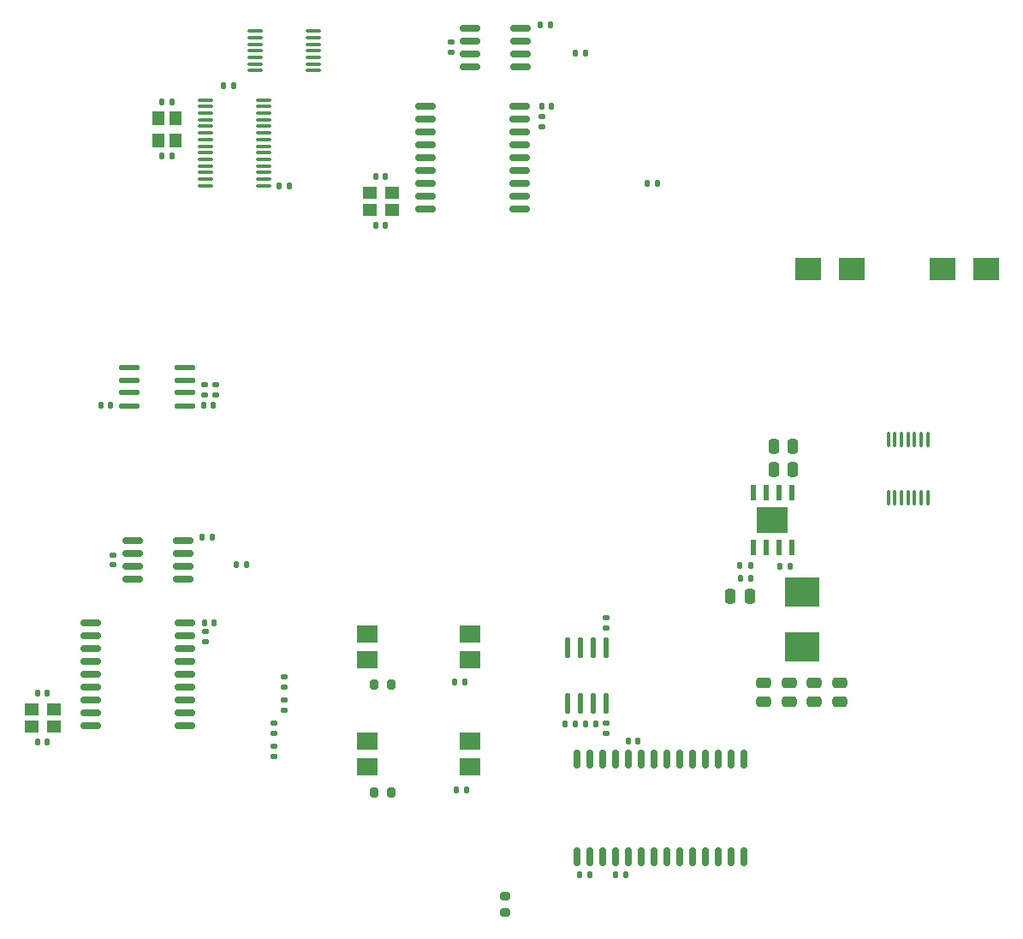
<source format=gbr>
%TF.GenerationSoftware,KiCad,Pcbnew,6.0.2+dfsg-1*%
%TF.CreationDate,2023-06-13T19:55:06-04:00*%
%TF.ProjectId,EngineData,456e6769-6e65-4446-9174-612e6b696361,rev?*%
%TF.SameCoordinates,Original*%
%TF.FileFunction,Paste,Top*%
%TF.FilePolarity,Positive*%
%FSLAX46Y46*%
G04 Gerber Fmt 4.6, Leading zero omitted, Abs format (unit mm)*
G04 Created by KiCad (PCBNEW 6.0.2+dfsg-1) date 2023-06-13 19:55:06*
%MOMM*%
%LPD*%
G01*
G04 APERTURE LIST*
G04 Aperture macros list*
%AMRoundRect*
0 Rectangle with rounded corners*
0 $1 Rounding radius*
0 $2 $3 $4 $5 $6 $7 $8 $9 X,Y pos of 4 corners*
0 Add a 4 corners polygon primitive as box body*
4,1,4,$2,$3,$4,$5,$6,$7,$8,$9,$2,$3,0*
0 Add four circle primitives for the rounded corners*
1,1,$1+$1,$2,$3*
1,1,$1+$1,$4,$5*
1,1,$1+$1,$6,$7*
1,1,$1+$1,$8,$9*
0 Add four rect primitives between the rounded corners*
20,1,$1+$1,$2,$3,$4,$5,0*
20,1,$1+$1,$4,$5,$6,$7,0*
20,1,$1+$1,$6,$7,$8,$9,0*
20,1,$1+$1,$8,$9,$2,$3,0*%
G04 Aperture macros list end*
%ADD10R,1.999996X1.799996*%
%ADD11RoundRect,0.135000X-0.135000X-0.185000X0.135000X-0.185000X0.135000X0.185000X-0.135000X0.185000X0*%
%ADD12RoundRect,0.140000X0.140000X0.170000X-0.140000X0.170000X-0.140000X-0.170000X0.140000X-0.170000X0*%
%ADD13O,0.590000X2.050000*%
%ADD14R,1.200000X1.400000*%
%ADD15RoundRect,0.135000X0.135000X0.185000X-0.135000X0.185000X-0.135000X-0.185000X0.135000X-0.185000X0*%
%ADD16O,2.050000X0.590000*%
%ADD17RoundRect,0.140000X-0.140000X-0.170000X0.140000X-0.170000X0.140000X0.170000X-0.140000X0.170000X0*%
%ADD18RoundRect,0.135000X-0.185000X0.135000X-0.185000X-0.135000X0.185000X-0.135000X0.185000X0.135000X0*%
%ADD19RoundRect,0.135000X0.185000X-0.135000X0.185000X0.135000X-0.185000X0.135000X-0.185000X-0.135000X0*%
%ADD20RoundRect,0.250000X-0.475000X0.250000X-0.475000X-0.250000X0.475000X-0.250000X0.475000X0.250000X0*%
%ADD21RoundRect,0.140000X0.170000X-0.140000X0.170000X0.140000X-0.170000X0.140000X-0.170000X-0.140000X0*%
%ADD22RoundRect,0.140000X-0.170000X0.140000X-0.170000X-0.140000X0.170000X-0.140000X0.170000X0.140000X0*%
%ADD23R,2.500000X2.300000*%
%ADD24RoundRect,0.250000X-0.250000X-0.475000X0.250000X-0.475000X0.250000X0.475000X-0.250000X0.475000X0*%
%ADD25RoundRect,0.150000X-0.825000X-0.150000X0.825000X-0.150000X0.825000X0.150000X-0.825000X0.150000X0*%
%ADD26RoundRect,0.100000X-0.100000X0.637500X-0.100000X-0.637500X0.100000X-0.637500X0.100000X0.637500X0*%
%ADD27R,1.400000X1.200000*%
%ADD28R,3.500000X2.950000*%
%ADD29RoundRect,0.200000X-0.200000X-0.275000X0.200000X-0.275000X0.200000X0.275000X-0.200000X0.275000X0*%
%ADD30R,3.100000X2.600000*%
%ADD31R,0.600000X1.550000*%
%ADD32RoundRect,0.150000X-0.875000X-0.150000X0.875000X-0.150000X0.875000X0.150000X-0.875000X0.150000X0*%
%ADD33RoundRect,0.150000X-0.150000X0.750000X-0.150000X-0.750000X0.150000X-0.750000X0.150000X0.750000X0*%
%ADD34RoundRect,0.100000X-0.637500X-0.100000X0.637500X-0.100000X0.637500X0.100000X-0.637500X0.100000X0*%
%ADD35RoundRect,0.250000X0.250000X0.475000X-0.250000X0.475000X-0.250000X-0.475000X0.250000X-0.475000X0*%
%ADD36RoundRect,0.200000X0.275000X-0.200000X0.275000X0.200000X-0.275000X0.200000X-0.275000X-0.200000X0*%
G04 APERTURE END LIST*
D10*
%TO.C,U9*%
X139212091Y-122173898D03*
X139212091Y-119633899D03*
X129011960Y-119633899D03*
X129011960Y-122173898D03*
%TD*%
%TO.C,U2*%
X139212091Y-132714898D03*
X139212091Y-130174899D03*
X129011960Y-130174899D03*
X129011960Y-132714898D03*
%TD*%
D11*
%TO.C,R17*%
X112647000Y-110038000D03*
X113667000Y-110038000D03*
%TD*%
D12*
%TO.C,C4*%
X147236000Y-67437000D03*
X146276000Y-67437000D03*
%TD*%
D13*
%TO.C,U10*%
X152659000Y-120928000D03*
X151379000Y-120928000D03*
X150119000Y-120928000D03*
X148849000Y-120928000D03*
X148849000Y-126468000D03*
X150119000Y-126468000D03*
X151379000Y-126468000D03*
X152659000Y-126468000D03*
%TD*%
D14*
%TO.C,Y3*%
X110014000Y-70823000D03*
X110014000Y-68623000D03*
X108314000Y-68623000D03*
X108314000Y-70823000D03*
%TD*%
D15*
%TO.C,R22*%
X149608000Y-128524000D03*
X148588000Y-128524000D03*
%TD*%
D12*
%TO.C,C14*%
X113891000Y-118491000D03*
X112931000Y-118491000D03*
%TD*%
D16*
%TO.C,U8*%
X110974000Y-97033000D03*
X110974000Y-95753000D03*
X110974000Y-94493000D03*
X110974000Y-93223000D03*
X105434000Y-93223000D03*
X105434000Y-94493000D03*
X105434000Y-95753000D03*
X105434000Y-97033000D03*
%TD*%
D17*
%TO.C,C3*%
X102644000Y-97028000D03*
X103604000Y-97028000D03*
%TD*%
D18*
%TO.C,R3*%
X119761000Y-128427000D03*
X119761000Y-129447000D03*
%TD*%
D19*
%TO.C,R19*%
X114046000Y-96014000D03*
X114046000Y-94994000D03*
%TD*%
D20*
%TO.C,Cout2*%
X170714668Y-124402000D03*
X170714668Y-126302000D03*
%TD*%
D21*
%TO.C,C2*%
X137287000Y-62075000D03*
X137287000Y-61115000D03*
%TD*%
D12*
%TO.C,C7*%
X155801000Y-130175000D03*
X154841000Y-130175000D03*
%TD*%
D22*
%TO.C,C11*%
X152654000Y-118011000D03*
X152654000Y-118971000D03*
%TD*%
D19*
%TO.C,R20*%
X112903000Y-96014000D03*
X112903000Y-94994000D03*
%TD*%
D23*
%TO.C,D4*%
X185937000Y-83566000D03*
X190237000Y-83566000D03*
%TD*%
D24*
%TO.C,C9*%
X164938668Y-115835000D03*
X166838668Y-115835000D03*
%TD*%
D25*
%TO.C,U4*%
X139201000Y-59743000D03*
X139201000Y-61013000D03*
X139201000Y-62283000D03*
X139201000Y-63553000D03*
X144151000Y-63553000D03*
X144151000Y-62283000D03*
X144151000Y-61013000D03*
X144151000Y-59743000D03*
%TD*%
D15*
%TO.C,Rfbt1*%
X166906668Y-114057000D03*
X165886668Y-114057000D03*
%TD*%
D26*
%TO.C,U3*%
X184449000Y-100398500D03*
X183799000Y-100398500D03*
X183149000Y-100398500D03*
X182499000Y-100398500D03*
X181849000Y-100398500D03*
X181199000Y-100398500D03*
X180549000Y-100398500D03*
X180549000Y-106123500D03*
X181199000Y-106123500D03*
X181849000Y-106123500D03*
X182499000Y-106123500D03*
X183149000Y-106123500D03*
X183799000Y-106123500D03*
X184449000Y-106123500D03*
%TD*%
D18*
%TO.C,R4*%
X119761000Y-130681000D03*
X119761000Y-131701000D03*
%TD*%
D11*
%TO.C,R12*%
X146119000Y-59418000D03*
X147139000Y-59418000D03*
%TD*%
D27*
%TO.C,Y2*%
X95801000Y-128739000D03*
X98001000Y-128739000D03*
X98001000Y-127039000D03*
X95801000Y-127039000D03*
%TD*%
D23*
%TO.C,D1*%
X172602000Y-83566000D03*
X176902000Y-83566000D03*
%TD*%
D28*
%TO.C,L1*%
X171984668Y-115454000D03*
X171984668Y-120904000D03*
%TD*%
D11*
%TO.C,R21*%
X150620000Y-128524000D03*
X151640000Y-128524000D03*
%TD*%
D20*
%TO.C,Cout1*%
X168217000Y-124402000D03*
X168217000Y-126302000D03*
%TD*%
D17*
%TO.C,C17*%
X108712000Y-67019500D03*
X109672000Y-67019500D03*
%TD*%
D29*
%TO.C,R10*%
X129731000Y-124587000D03*
X131381000Y-124587000D03*
%TD*%
D12*
%TO.C,C1*%
X113764000Y-97028000D03*
X112804000Y-97028000D03*
%TD*%
D20*
%TO.C,Cout3*%
X173212334Y-124402000D03*
X173212334Y-126302000D03*
%TD*%
%TO.C,Cout4*%
X175710000Y-124402000D03*
X175710000Y-126302000D03*
%TD*%
D12*
%TO.C,C15*%
X97381000Y-130302000D03*
X96421000Y-130302000D03*
%TD*%
D17*
%TO.C,Cboot1*%
X169853668Y-112914000D03*
X170813668Y-112914000D03*
%TD*%
D30*
%TO.C,U7*%
X169063668Y-108342000D03*
D31*
X170968668Y-105642000D03*
X169698668Y-105642000D03*
X168428668Y-105642000D03*
X167158668Y-105642000D03*
X167158668Y-111042000D03*
X168428668Y-111042000D03*
X169698668Y-111042000D03*
X170968668Y-111042000D03*
%TD*%
D17*
%TO.C,C6*%
X129865000Y-74422000D03*
X130825000Y-74422000D03*
%TD*%
D21*
%TO.C,C13*%
X103886000Y-112748000D03*
X103886000Y-111788000D03*
%TD*%
D19*
%TO.C,R13*%
X146248000Y-69471000D03*
X146248000Y-68451000D03*
%TD*%
D32*
%TO.C,U12*%
X101649000Y-118491000D03*
X101649000Y-119761000D03*
X101649000Y-121031000D03*
X101649000Y-122301000D03*
X101649000Y-123571000D03*
X101649000Y-124841000D03*
X101649000Y-126111000D03*
X101649000Y-127381000D03*
X101649000Y-128651000D03*
X110949000Y-128651000D03*
X110949000Y-127381000D03*
X110949000Y-126111000D03*
X110949000Y-124841000D03*
X110949000Y-123571000D03*
X110949000Y-122301000D03*
X110949000Y-121031000D03*
X110949000Y-119761000D03*
X110949000Y-118491000D03*
%TD*%
D12*
%TO.C,C5*%
X130825000Y-79248000D03*
X129865000Y-79248000D03*
%TD*%
D11*
%TO.C,R11*%
X149548000Y-62230000D03*
X150568000Y-62230000D03*
%TD*%
D33*
%TO.C,U6*%
X166243000Y-131979000D03*
X164973000Y-131979000D03*
X163703000Y-131979000D03*
X162433000Y-131979000D03*
X161163000Y-131979000D03*
X159893000Y-131979000D03*
X158623000Y-131979000D03*
X157353000Y-131979000D03*
X156083000Y-131979000D03*
X154813000Y-131979000D03*
X153543000Y-131979000D03*
X152273000Y-131979000D03*
X151003000Y-131979000D03*
X149733000Y-131979000D03*
X149733000Y-141579000D03*
X151003000Y-141579000D03*
X152273000Y-141579000D03*
X153543000Y-141579000D03*
X154813000Y-141579000D03*
X156083000Y-141579000D03*
X157353000Y-141579000D03*
X158623000Y-141579000D03*
X159893000Y-141579000D03*
X161163000Y-141579000D03*
X162433000Y-141579000D03*
X163703000Y-141579000D03*
X164973000Y-141579000D03*
X166243000Y-141579000D03*
%TD*%
D34*
%TO.C,U13*%
X117914500Y-60026000D03*
X117914500Y-60676000D03*
X117914500Y-61326000D03*
X117914500Y-61976000D03*
X117914500Y-62626000D03*
X117914500Y-63276000D03*
X117914500Y-63926000D03*
X123639500Y-63926000D03*
X123639500Y-63276000D03*
X123639500Y-62626000D03*
X123639500Y-61976000D03*
X123639500Y-61326000D03*
X123639500Y-60676000D03*
X123639500Y-60026000D03*
%TD*%
D17*
%TO.C,C18*%
X108712000Y-72353500D03*
X109672000Y-72353500D03*
%TD*%
D35*
%TO.C,Cin1*%
X171130000Y-101092000D03*
X169230000Y-101092000D03*
%TD*%
D32*
%TO.C,U5*%
X134796000Y-67437000D03*
X134796000Y-68707000D03*
X134796000Y-69977000D03*
X134796000Y-71247000D03*
X134796000Y-72517000D03*
X134796000Y-73787000D03*
X134796000Y-75057000D03*
X134796000Y-76327000D03*
X134796000Y-77597000D03*
X144096000Y-77597000D03*
X144096000Y-76327000D03*
X144096000Y-75057000D03*
X144096000Y-73787000D03*
X144096000Y-72517000D03*
X144096000Y-71247000D03*
X144096000Y-69977000D03*
X144096000Y-68707000D03*
X144096000Y-67437000D03*
%TD*%
D21*
%TO.C,C12*%
X152654000Y-129385000D03*
X152654000Y-128425000D03*
%TD*%
D11*
%TO.C,R16*%
X116076000Y-112776000D03*
X117096000Y-112776000D03*
%TD*%
D15*
%TO.C,Rfbb1*%
X166904668Y-112787000D03*
X165884668Y-112787000D03*
%TD*%
D18*
%TO.C,R5*%
X120777000Y-123821000D03*
X120777000Y-124841000D03*
%TD*%
D15*
%TO.C,R14*%
X151005000Y-143383000D03*
X149985000Y-143383000D03*
%TD*%
%TO.C,R24*%
X121287000Y-75311000D03*
X120267000Y-75311000D03*
%TD*%
%TO.C,R15*%
X154561000Y-143383000D03*
X153541000Y-143383000D03*
%TD*%
D17*
%TO.C,C16*%
X96421000Y-125476000D03*
X97381000Y-125476000D03*
%TD*%
D35*
%TO.C,Chf1*%
X171130000Y-103378000D03*
X169230000Y-103378000D03*
%TD*%
D15*
%TO.C,R9*%
X138686000Y-124333000D03*
X137666000Y-124333000D03*
%TD*%
D34*
%TO.C,U14*%
X113004500Y-66831000D03*
X113004500Y-67481000D03*
X113004500Y-68131000D03*
X113004500Y-68781000D03*
X113004500Y-69431000D03*
X113004500Y-70081000D03*
X113004500Y-70731000D03*
X113004500Y-71381000D03*
X113004500Y-72031000D03*
X113004500Y-72681000D03*
X113004500Y-73331000D03*
X113004500Y-73981000D03*
X113004500Y-74631000D03*
X113004500Y-75281000D03*
X118729500Y-75281000D03*
X118729500Y-74631000D03*
X118729500Y-73981000D03*
X118729500Y-73331000D03*
X118729500Y-72681000D03*
X118729500Y-72031000D03*
X118729500Y-71381000D03*
X118729500Y-70731000D03*
X118729500Y-70081000D03*
X118729500Y-69431000D03*
X118729500Y-68781000D03*
X118729500Y-68131000D03*
X118729500Y-67481000D03*
X118729500Y-66831000D03*
%TD*%
D11*
%TO.C,R2*%
X156675500Y-75057000D03*
X157695500Y-75057000D03*
%TD*%
D15*
%TO.C,R23*%
X115826000Y-65405000D03*
X114806000Y-65405000D03*
%TD*%
%TO.C,R7*%
X138813000Y-135001000D03*
X137793000Y-135001000D03*
%TD*%
D36*
%TO.C,R1*%
X142621000Y-147126000D03*
X142621000Y-145476000D03*
%TD*%
D25*
%TO.C,U11*%
X105856000Y-110363000D03*
X105856000Y-111633000D03*
X105856000Y-112903000D03*
X105856000Y-114173000D03*
X110806000Y-114173000D03*
X110806000Y-112903000D03*
X110806000Y-111633000D03*
X110806000Y-110363000D03*
%TD*%
D27*
%TO.C,Y1*%
X129245000Y-77687000D03*
X131445000Y-77687000D03*
X131445000Y-75987000D03*
X129245000Y-75987000D03*
%TD*%
D19*
%TO.C,R18*%
X113030000Y-120398000D03*
X113030000Y-119378000D03*
%TD*%
D18*
%TO.C,R6*%
X120777000Y-126109000D03*
X120777000Y-127129000D03*
%TD*%
D29*
%TO.C,R8*%
X129731000Y-135255000D03*
X131381000Y-135255000D03*
%TD*%
M02*

</source>
